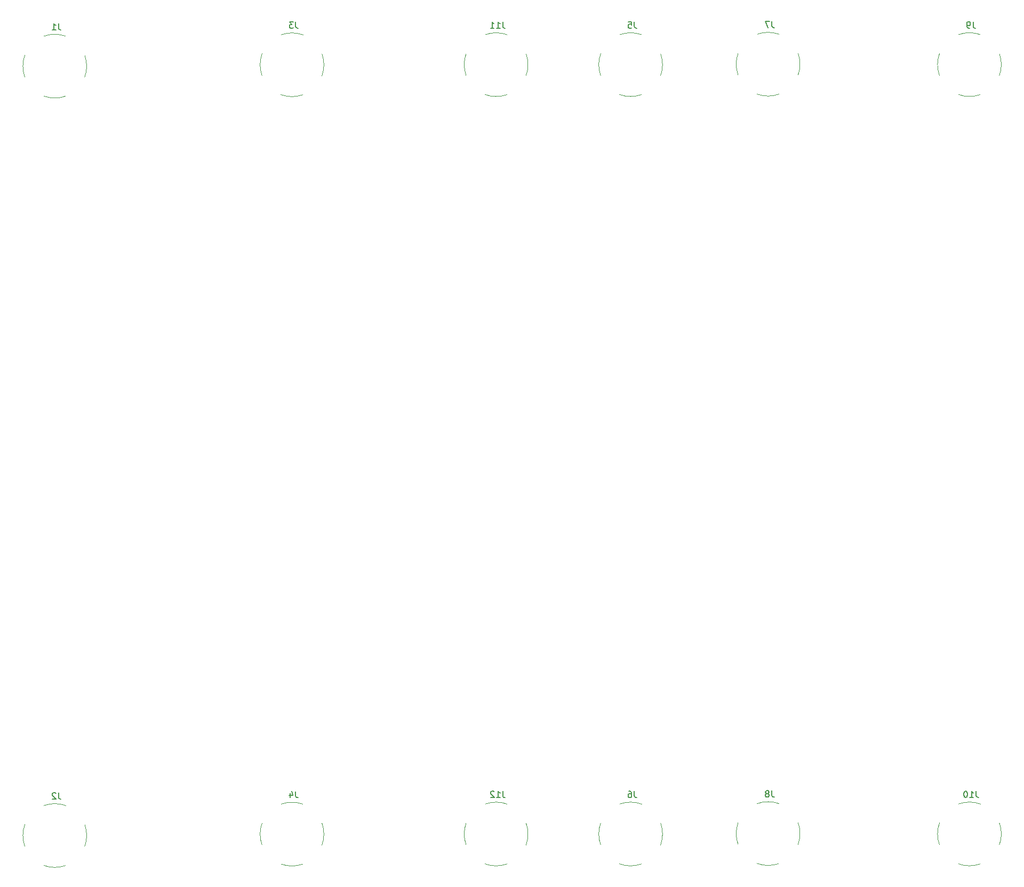
<source format=gbr>
%TF.GenerationSoftware,KiCad,Pcbnew,8.0.8*%
%TF.CreationDate,2025-01-25T18:16:30-08:00*%
%TF.ProjectId,labs_board,6c616273-5f62-46f6-9172-642e6b696361,rev?*%
%TF.SameCoordinates,Original*%
%TF.FileFunction,Legend,Bot*%
%TF.FilePolarity,Positive*%
%FSLAX46Y46*%
G04 Gerber Fmt 4.6, Leading zero omitted, Abs format (unit mm)*
G04 Created by KiCad (PCBNEW 8.0.8) date 2025-01-25 18:16:30*
%MOMM*%
%LPD*%
G01*
G04 APERTURE LIST*
%ADD10C,0.150000*%
%ADD11C,0.120000*%
G04 APERTURE END LIST*
D10*
X32383333Y-21824819D02*
X32383333Y-22539104D01*
X32383333Y-22539104D02*
X32430952Y-22681961D01*
X32430952Y-22681961D02*
X32526190Y-22777200D01*
X32526190Y-22777200D02*
X32669047Y-22824819D01*
X32669047Y-22824819D02*
X32764285Y-22824819D01*
X31383333Y-22824819D02*
X31954761Y-22824819D01*
X31669047Y-22824819D02*
X31669047Y-21824819D01*
X31669047Y-21824819D02*
X31764285Y-21967676D01*
X31764285Y-21967676D02*
X31859523Y-22062914D01*
X31859523Y-22062914D02*
X31954761Y-22110533D01*
X32383333Y-144024819D02*
X32383333Y-144739104D01*
X32383333Y-144739104D02*
X32430952Y-144881961D01*
X32430952Y-144881961D02*
X32526190Y-144977200D01*
X32526190Y-144977200D02*
X32669047Y-145024819D01*
X32669047Y-145024819D02*
X32764285Y-145024819D01*
X31954761Y-144120057D02*
X31907142Y-144072438D01*
X31907142Y-144072438D02*
X31811904Y-144024819D01*
X31811904Y-144024819D02*
X31573809Y-144024819D01*
X31573809Y-144024819D02*
X31478571Y-144072438D01*
X31478571Y-144072438D02*
X31430952Y-144120057D01*
X31430952Y-144120057D02*
X31383333Y-144215295D01*
X31383333Y-144215295D02*
X31383333Y-144310533D01*
X31383333Y-144310533D02*
X31430952Y-144453390D01*
X31430952Y-144453390D02*
X32002380Y-145024819D01*
X32002380Y-145024819D02*
X31383333Y-145024819D01*
X70043333Y-21604819D02*
X70043333Y-22319104D01*
X70043333Y-22319104D02*
X70090952Y-22461961D01*
X70090952Y-22461961D02*
X70186190Y-22557200D01*
X70186190Y-22557200D02*
X70329047Y-22604819D01*
X70329047Y-22604819D02*
X70424285Y-22604819D01*
X69662380Y-21604819D02*
X69043333Y-21604819D01*
X69043333Y-21604819D02*
X69376666Y-21985771D01*
X69376666Y-21985771D02*
X69233809Y-21985771D01*
X69233809Y-21985771D02*
X69138571Y-22033390D01*
X69138571Y-22033390D02*
X69090952Y-22081009D01*
X69090952Y-22081009D02*
X69043333Y-22176247D01*
X69043333Y-22176247D02*
X69043333Y-22414342D01*
X69043333Y-22414342D02*
X69090952Y-22509580D01*
X69090952Y-22509580D02*
X69138571Y-22557200D01*
X69138571Y-22557200D02*
X69233809Y-22604819D01*
X69233809Y-22604819D02*
X69519523Y-22604819D01*
X69519523Y-22604819D02*
X69614761Y-22557200D01*
X69614761Y-22557200D02*
X69662380Y-22509580D01*
X70043333Y-143804819D02*
X70043333Y-144519104D01*
X70043333Y-144519104D02*
X70090952Y-144661961D01*
X70090952Y-144661961D02*
X70186190Y-144757200D01*
X70186190Y-144757200D02*
X70329047Y-144804819D01*
X70329047Y-144804819D02*
X70424285Y-144804819D01*
X69138571Y-144138152D02*
X69138571Y-144804819D01*
X69376666Y-143757200D02*
X69614761Y-144471485D01*
X69614761Y-144471485D02*
X68995714Y-144471485D01*
X123803333Y-21584819D02*
X123803333Y-22299104D01*
X123803333Y-22299104D02*
X123850952Y-22441961D01*
X123850952Y-22441961D02*
X123946190Y-22537200D01*
X123946190Y-22537200D02*
X124089047Y-22584819D01*
X124089047Y-22584819D02*
X124184285Y-22584819D01*
X122850952Y-21584819D02*
X123327142Y-21584819D01*
X123327142Y-21584819D02*
X123374761Y-22061009D01*
X123374761Y-22061009D02*
X123327142Y-22013390D01*
X123327142Y-22013390D02*
X123231904Y-21965771D01*
X123231904Y-21965771D02*
X122993809Y-21965771D01*
X122993809Y-21965771D02*
X122898571Y-22013390D01*
X122898571Y-22013390D02*
X122850952Y-22061009D01*
X122850952Y-22061009D02*
X122803333Y-22156247D01*
X122803333Y-22156247D02*
X122803333Y-22394342D01*
X122803333Y-22394342D02*
X122850952Y-22489580D01*
X122850952Y-22489580D02*
X122898571Y-22537200D01*
X122898571Y-22537200D02*
X122993809Y-22584819D01*
X122993809Y-22584819D02*
X123231904Y-22584819D01*
X123231904Y-22584819D02*
X123327142Y-22537200D01*
X123327142Y-22537200D02*
X123374761Y-22489580D01*
X123803333Y-143784819D02*
X123803333Y-144499104D01*
X123803333Y-144499104D02*
X123850952Y-144641961D01*
X123850952Y-144641961D02*
X123946190Y-144737200D01*
X123946190Y-144737200D02*
X124089047Y-144784819D01*
X124089047Y-144784819D02*
X124184285Y-144784819D01*
X122898571Y-143784819D02*
X123089047Y-143784819D01*
X123089047Y-143784819D02*
X123184285Y-143832438D01*
X123184285Y-143832438D02*
X123231904Y-143880057D01*
X123231904Y-143880057D02*
X123327142Y-144022914D01*
X123327142Y-144022914D02*
X123374761Y-144213390D01*
X123374761Y-144213390D02*
X123374761Y-144594342D01*
X123374761Y-144594342D02*
X123327142Y-144689580D01*
X123327142Y-144689580D02*
X123279523Y-144737200D01*
X123279523Y-144737200D02*
X123184285Y-144784819D01*
X123184285Y-144784819D02*
X122993809Y-144784819D01*
X122993809Y-144784819D02*
X122898571Y-144737200D01*
X122898571Y-144737200D02*
X122850952Y-144689580D01*
X122850952Y-144689580D02*
X122803333Y-144594342D01*
X122803333Y-144594342D02*
X122803333Y-144356247D01*
X122803333Y-144356247D02*
X122850952Y-144261009D01*
X122850952Y-144261009D02*
X122898571Y-144213390D01*
X122898571Y-144213390D02*
X122993809Y-144165771D01*
X122993809Y-144165771D02*
X123184285Y-144165771D01*
X123184285Y-144165771D02*
X123279523Y-144213390D01*
X123279523Y-144213390D02*
X123327142Y-144261009D01*
X123327142Y-144261009D02*
X123374761Y-144356247D01*
X145623333Y-21514819D02*
X145623333Y-22229104D01*
X145623333Y-22229104D02*
X145670952Y-22371961D01*
X145670952Y-22371961D02*
X145766190Y-22467200D01*
X145766190Y-22467200D02*
X145909047Y-22514819D01*
X145909047Y-22514819D02*
X146004285Y-22514819D01*
X145242380Y-21514819D02*
X144575714Y-21514819D01*
X144575714Y-21514819D02*
X145004285Y-22514819D01*
X145623333Y-143714819D02*
X145623333Y-144429104D01*
X145623333Y-144429104D02*
X145670952Y-144571961D01*
X145670952Y-144571961D02*
X145766190Y-144667200D01*
X145766190Y-144667200D02*
X145909047Y-144714819D01*
X145909047Y-144714819D02*
X146004285Y-144714819D01*
X145004285Y-144143390D02*
X145099523Y-144095771D01*
X145099523Y-144095771D02*
X145147142Y-144048152D01*
X145147142Y-144048152D02*
X145194761Y-143952914D01*
X145194761Y-143952914D02*
X145194761Y-143905295D01*
X145194761Y-143905295D02*
X145147142Y-143810057D01*
X145147142Y-143810057D02*
X145099523Y-143762438D01*
X145099523Y-143762438D02*
X145004285Y-143714819D01*
X145004285Y-143714819D02*
X144813809Y-143714819D01*
X144813809Y-143714819D02*
X144718571Y-143762438D01*
X144718571Y-143762438D02*
X144670952Y-143810057D01*
X144670952Y-143810057D02*
X144623333Y-143905295D01*
X144623333Y-143905295D02*
X144623333Y-143952914D01*
X144623333Y-143952914D02*
X144670952Y-144048152D01*
X144670952Y-144048152D02*
X144718571Y-144095771D01*
X144718571Y-144095771D02*
X144813809Y-144143390D01*
X144813809Y-144143390D02*
X145004285Y-144143390D01*
X145004285Y-144143390D02*
X145099523Y-144191009D01*
X145099523Y-144191009D02*
X145147142Y-144238628D01*
X145147142Y-144238628D02*
X145194761Y-144333866D01*
X145194761Y-144333866D02*
X145194761Y-144524342D01*
X145194761Y-144524342D02*
X145147142Y-144619580D01*
X145147142Y-144619580D02*
X145099523Y-144667200D01*
X145099523Y-144667200D02*
X145004285Y-144714819D01*
X145004285Y-144714819D02*
X144813809Y-144714819D01*
X144813809Y-144714819D02*
X144718571Y-144667200D01*
X144718571Y-144667200D02*
X144670952Y-144619580D01*
X144670952Y-144619580D02*
X144623333Y-144524342D01*
X144623333Y-144524342D02*
X144623333Y-144333866D01*
X144623333Y-144333866D02*
X144670952Y-144238628D01*
X144670952Y-144238628D02*
X144718571Y-144191009D01*
X144718571Y-144191009D02*
X144813809Y-144143390D01*
X177583333Y-21574819D02*
X177583333Y-22289104D01*
X177583333Y-22289104D02*
X177630952Y-22431961D01*
X177630952Y-22431961D02*
X177726190Y-22527200D01*
X177726190Y-22527200D02*
X177869047Y-22574819D01*
X177869047Y-22574819D02*
X177964285Y-22574819D01*
X177059523Y-22574819D02*
X176869047Y-22574819D01*
X176869047Y-22574819D02*
X176773809Y-22527200D01*
X176773809Y-22527200D02*
X176726190Y-22479580D01*
X176726190Y-22479580D02*
X176630952Y-22336723D01*
X176630952Y-22336723D02*
X176583333Y-22146247D01*
X176583333Y-22146247D02*
X176583333Y-21765295D01*
X176583333Y-21765295D02*
X176630952Y-21670057D01*
X176630952Y-21670057D02*
X176678571Y-21622438D01*
X176678571Y-21622438D02*
X176773809Y-21574819D01*
X176773809Y-21574819D02*
X176964285Y-21574819D01*
X176964285Y-21574819D02*
X177059523Y-21622438D01*
X177059523Y-21622438D02*
X177107142Y-21670057D01*
X177107142Y-21670057D02*
X177154761Y-21765295D01*
X177154761Y-21765295D02*
X177154761Y-22003390D01*
X177154761Y-22003390D02*
X177107142Y-22098628D01*
X177107142Y-22098628D02*
X177059523Y-22146247D01*
X177059523Y-22146247D02*
X176964285Y-22193866D01*
X176964285Y-22193866D02*
X176773809Y-22193866D01*
X176773809Y-22193866D02*
X176678571Y-22146247D01*
X176678571Y-22146247D02*
X176630952Y-22098628D01*
X176630952Y-22098628D02*
X176583333Y-22003390D01*
X178059523Y-143774819D02*
X178059523Y-144489104D01*
X178059523Y-144489104D02*
X178107142Y-144631961D01*
X178107142Y-144631961D02*
X178202380Y-144727200D01*
X178202380Y-144727200D02*
X178345237Y-144774819D01*
X178345237Y-144774819D02*
X178440475Y-144774819D01*
X177059523Y-144774819D02*
X177630951Y-144774819D01*
X177345237Y-144774819D02*
X177345237Y-143774819D01*
X177345237Y-143774819D02*
X177440475Y-143917676D01*
X177440475Y-143917676D02*
X177535713Y-144012914D01*
X177535713Y-144012914D02*
X177630951Y-144060533D01*
X176440475Y-143774819D02*
X176345237Y-143774819D01*
X176345237Y-143774819D02*
X176249999Y-143822438D01*
X176249999Y-143822438D02*
X176202380Y-143870057D01*
X176202380Y-143870057D02*
X176154761Y-143965295D01*
X176154761Y-143965295D02*
X176107142Y-144155771D01*
X176107142Y-144155771D02*
X176107142Y-144393866D01*
X176107142Y-144393866D02*
X176154761Y-144584342D01*
X176154761Y-144584342D02*
X176202380Y-144679580D01*
X176202380Y-144679580D02*
X176249999Y-144727200D01*
X176249999Y-144727200D02*
X176345237Y-144774819D01*
X176345237Y-144774819D02*
X176440475Y-144774819D01*
X176440475Y-144774819D02*
X176535713Y-144727200D01*
X176535713Y-144727200D02*
X176583332Y-144679580D01*
X176583332Y-144679580D02*
X176630951Y-144584342D01*
X176630951Y-144584342D02*
X176678570Y-144393866D01*
X176678570Y-144393866D02*
X176678570Y-144155771D01*
X176678570Y-144155771D02*
X176630951Y-143965295D01*
X176630951Y-143965295D02*
X176583332Y-143870057D01*
X176583332Y-143870057D02*
X176535713Y-143822438D01*
X176535713Y-143822438D02*
X176440475Y-143774819D01*
X102919523Y-21584819D02*
X102919523Y-22299104D01*
X102919523Y-22299104D02*
X102967142Y-22441961D01*
X102967142Y-22441961D02*
X103062380Y-22537200D01*
X103062380Y-22537200D02*
X103205237Y-22584819D01*
X103205237Y-22584819D02*
X103300475Y-22584819D01*
X101919523Y-22584819D02*
X102490951Y-22584819D01*
X102205237Y-22584819D02*
X102205237Y-21584819D01*
X102205237Y-21584819D02*
X102300475Y-21727676D01*
X102300475Y-21727676D02*
X102395713Y-21822914D01*
X102395713Y-21822914D02*
X102490951Y-21870533D01*
X100967142Y-22584819D02*
X101538570Y-22584819D01*
X101252856Y-22584819D02*
X101252856Y-21584819D01*
X101252856Y-21584819D02*
X101348094Y-21727676D01*
X101348094Y-21727676D02*
X101443332Y-21822914D01*
X101443332Y-21822914D02*
X101538570Y-21870533D01*
X102919523Y-143784819D02*
X102919523Y-144499104D01*
X102919523Y-144499104D02*
X102967142Y-144641961D01*
X102967142Y-144641961D02*
X103062380Y-144737200D01*
X103062380Y-144737200D02*
X103205237Y-144784819D01*
X103205237Y-144784819D02*
X103300475Y-144784819D01*
X101919523Y-144784819D02*
X102490951Y-144784819D01*
X102205237Y-144784819D02*
X102205237Y-143784819D01*
X102205237Y-143784819D02*
X102300475Y-143927676D01*
X102300475Y-143927676D02*
X102395713Y-144022914D01*
X102395713Y-144022914D02*
X102490951Y-144070533D01*
X101538570Y-143880057D02*
X101490951Y-143832438D01*
X101490951Y-143832438D02*
X101395713Y-143784819D01*
X101395713Y-143784819D02*
X101157618Y-143784819D01*
X101157618Y-143784819D02*
X101062380Y-143832438D01*
X101062380Y-143832438D02*
X101014761Y-143880057D01*
X101014761Y-143880057D02*
X100967142Y-143975295D01*
X100967142Y-143975295D02*
X100967142Y-144070533D01*
X100967142Y-144070533D02*
X101014761Y-144213390D01*
X101014761Y-144213390D02*
X101586189Y-144784819D01*
X101586189Y-144784819D02*
X100967142Y-144784819D01*
D11*
%TO.C,J1*%
X36563589Y-26907337D02*
G75*
G02*
X36550000Y-30370000I-4763588J-1712664D01*
G01*
X30087337Y-23856411D02*
G75*
G02*
X33550000Y-23870000I1712664J-4763588D01*
G01*
X33512663Y-33383589D02*
G75*
G02*
X30050000Y-33370000I-1712663J4763589D01*
G01*
X27036411Y-30332663D02*
G75*
G02*
X27050000Y-26870000I4763589J1712663D01*
G01*
%TO.C,J2*%
X36563589Y-149107337D02*
G75*
G02*
X36550000Y-152570000I-4763588J-1712664D01*
G01*
X30087337Y-146056411D02*
G75*
G02*
X33550000Y-146070000I1712664J-4763588D01*
G01*
X33512663Y-155583589D02*
G75*
G02*
X30050000Y-155570000I-1712663J4763589D01*
G01*
X27036411Y-152532663D02*
G75*
G02*
X27050000Y-149070000I4763589J1712663D01*
G01*
%TO.C,J3*%
X74223589Y-26687337D02*
G75*
G02*
X74210000Y-30150000I-4763588J-1712664D01*
G01*
X67747337Y-23636411D02*
G75*
G02*
X71210000Y-23650000I1712664J-4763588D01*
G01*
X71172663Y-33163589D02*
G75*
G02*
X67710000Y-33150000I-1712663J4763589D01*
G01*
X64696411Y-30112663D02*
G75*
G02*
X64710000Y-26650000I4763589J1712663D01*
G01*
%TO.C,J4*%
X74223589Y-148887337D02*
G75*
G02*
X74210000Y-152350000I-4763588J-1712664D01*
G01*
X67747337Y-145836411D02*
G75*
G02*
X71210000Y-145850000I1712664J-4763588D01*
G01*
X71172663Y-155363589D02*
G75*
G02*
X67710000Y-155350000I-1712663J4763589D01*
G01*
X64696411Y-152312663D02*
G75*
G02*
X64710000Y-148850000I4763589J1712663D01*
G01*
%TO.C,J5*%
X127983589Y-26667337D02*
G75*
G02*
X127970000Y-30130000I-4763588J-1712664D01*
G01*
X121507337Y-23616411D02*
G75*
G02*
X124970000Y-23630000I1712664J-4763588D01*
G01*
X124932663Y-33143589D02*
G75*
G02*
X121470000Y-33130000I-1712663J4763589D01*
G01*
X118456411Y-30092663D02*
G75*
G02*
X118470000Y-26630000I4763589J1712663D01*
G01*
%TO.C,J6*%
X127983589Y-148867337D02*
G75*
G02*
X127970000Y-152330000I-4763588J-1712664D01*
G01*
X121507337Y-145816411D02*
G75*
G02*
X124970000Y-145830000I1712664J-4763588D01*
G01*
X124932663Y-155343589D02*
G75*
G02*
X121470000Y-155330000I-1712663J4763589D01*
G01*
X118456411Y-152292663D02*
G75*
G02*
X118470000Y-148830000I4763589J1712663D01*
G01*
%TO.C,J7*%
X149803589Y-26597337D02*
G75*
G02*
X149790000Y-30060000I-4763588J-1712664D01*
G01*
X143327337Y-23546411D02*
G75*
G02*
X146790000Y-23560000I1712664J-4763588D01*
G01*
X146752663Y-33073589D02*
G75*
G02*
X143290000Y-33060000I-1712663J4763589D01*
G01*
X140276411Y-30022663D02*
G75*
G02*
X140290000Y-26560000I4763589J1712663D01*
G01*
%TO.C,J8*%
X149803589Y-148797337D02*
G75*
G02*
X149790000Y-152260000I-4763588J-1712664D01*
G01*
X143327337Y-145746411D02*
G75*
G02*
X146790000Y-145760000I1712664J-4763588D01*
G01*
X146752663Y-155273589D02*
G75*
G02*
X143290000Y-155260000I-1712663J4763589D01*
G01*
X140276411Y-152222663D02*
G75*
G02*
X140290000Y-148760000I4763589J1712663D01*
G01*
%TO.C,J9*%
X172236411Y-30082663D02*
G75*
G02*
X172250000Y-26620000I4763589J1712663D01*
G01*
X178712663Y-33133589D02*
G75*
G02*
X175250000Y-33120000I-1712663J4763589D01*
G01*
X175287337Y-23606411D02*
G75*
G02*
X178750000Y-23620000I1712664J-4763588D01*
G01*
X181763589Y-26657337D02*
G75*
G02*
X181750000Y-30120000I-4763588J-1712664D01*
G01*
%TO.C,J10*%
X172236411Y-152282663D02*
G75*
G02*
X172250000Y-148820000I4763589J1712663D01*
G01*
X178712663Y-155333589D02*
G75*
G02*
X175250000Y-155320000I-1712663J4763589D01*
G01*
X175287337Y-145806411D02*
G75*
G02*
X178750000Y-145820000I1712664J-4763588D01*
G01*
X181763589Y-148857337D02*
G75*
G02*
X181750000Y-152320000I-4763588J-1712664D01*
G01*
%TO.C,J11*%
X106623589Y-26667337D02*
G75*
G02*
X106610000Y-30130000I-4763588J-1712664D01*
G01*
X100147337Y-23616411D02*
G75*
G02*
X103610000Y-23630000I1712664J-4763588D01*
G01*
X103572663Y-33143589D02*
G75*
G02*
X100110000Y-33130000I-1712663J4763589D01*
G01*
X97096411Y-30092663D02*
G75*
G02*
X97110000Y-26630000I4763589J1712663D01*
G01*
%TO.C,J12*%
X106623589Y-148867337D02*
G75*
G02*
X106610000Y-152330000I-4763588J-1712664D01*
G01*
X100147337Y-145816411D02*
G75*
G02*
X103610000Y-145830000I1712664J-4763588D01*
G01*
X103572663Y-155343589D02*
G75*
G02*
X100110000Y-155330000I-1712663J4763589D01*
G01*
X97096411Y-152292663D02*
G75*
G02*
X97110000Y-148830000I4763589J1712663D01*
G01*
%TD*%
M02*

</source>
